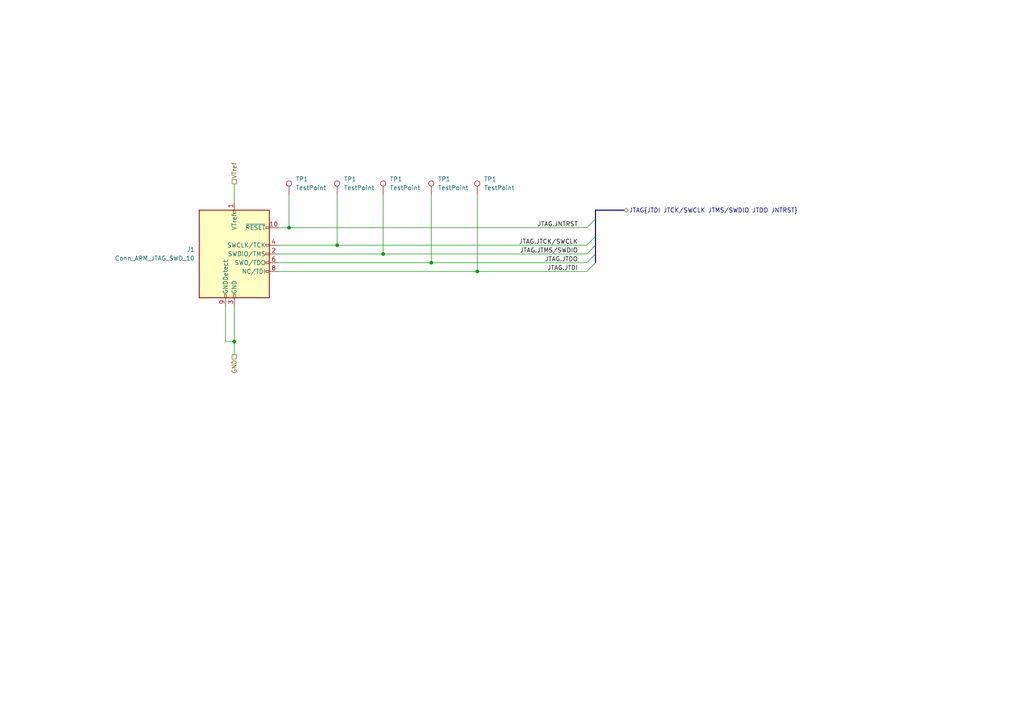
<source format=kicad_sch>
(kicad_sch (version 20230121) (generator eeschema)

  (uuid 276e9270-1ac9-4e3f-b1d9-0cbd51ddd27f)

  (paper "A4")

  (title_block
    (rev "0.1")
    (company "Németh Péter Bence")
    (comment 1 "Kandó Kálmán Villamosmérnöki Kar")
    (comment 2 "Óbudai Egyetem")
  )

  (lib_symbols
    (symbol "Connector:Conn_ARM_JTAG_SWD_10" (pin_names (offset 1.016)) (in_bom yes) (on_board yes)
      (property "Reference" "J" (at -2.54 16.51 0)
        (effects (font (size 1.27 1.27)) (justify right))
      )
      (property "Value" "Conn_ARM_JTAG_SWD_10" (at -2.54 13.97 0)
        (effects (font (size 1.27 1.27)) (justify right bottom))
      )
      (property "Footprint" "" (at 0 0 0)
        (effects (font (size 1.27 1.27)) hide)
      )
      (property "Datasheet" "http://infocenter.arm.com/help/topic/com.arm.doc.ddi0314h/DDI0314H_coresight_components_trm.pdf" (at -8.89 -31.75 90)
        (effects (font (size 1.27 1.27)) hide)
      )
      (property "ki_keywords" "Cortex Debug Connector ARM SWD JTAG" (at 0 0 0)
        (effects (font (size 1.27 1.27)) hide)
      )
      (property "ki_description" "Cortex Debug Connector, standard ARM Cortex-M SWD and JTAG interface" (at 0 0 0)
        (effects (font (size 1.27 1.27)) hide)
      )
      (property "ki_fp_filters" "PinHeader?2x05?P1.27mm*" (at 0 0 0)
        (effects (font (size 1.27 1.27)) hide)
      )
      (symbol "Conn_ARM_JTAG_SWD_10_0_1"
        (rectangle (start -10.16 12.7) (end 10.16 -12.7)
          (stroke (width 0.254) (type default))
          (fill (type background))
        )
        (rectangle (start -2.794 -12.7) (end -2.286 -11.684)
          (stroke (width 0) (type default))
          (fill (type none))
        )
        (rectangle (start -0.254 -12.7) (end 0.254 -11.684)
          (stroke (width 0) (type default))
          (fill (type none))
        )
        (rectangle (start -0.254 12.7) (end 0.254 11.684)
          (stroke (width 0) (type default))
          (fill (type none))
        )
        (rectangle (start 9.144 2.286) (end 10.16 2.794)
          (stroke (width 0) (type default))
          (fill (type none))
        )
        (rectangle (start 10.16 -2.794) (end 9.144 -2.286)
          (stroke (width 0) (type default))
          (fill (type none))
        )
        (rectangle (start 10.16 -0.254) (end 9.144 0.254)
          (stroke (width 0) (type default))
          (fill (type none))
        )
        (rectangle (start 10.16 7.874) (end 9.144 7.366)
          (stroke (width 0) (type default))
          (fill (type none))
        )
      )
      (symbol "Conn_ARM_JTAG_SWD_10_1_1"
        (rectangle (start 9.144 -5.334) (end 10.16 -4.826)
          (stroke (width 0) (type default))
          (fill (type none))
        )
        (pin power_in line (at 0 15.24 270) (length 2.54)
          (name "VTref" (effects (font (size 1.27 1.27))))
          (number "1" (effects (font (size 1.27 1.27))))
        )
        (pin open_collector line (at 12.7 7.62 180) (length 2.54)
          (name "~{RESET}" (effects (font (size 1.27 1.27))))
          (number "10" (effects (font (size 1.27 1.27))))
        )
        (pin bidirectional line (at 12.7 0 180) (length 2.54)
          (name "SWDIO/TMS" (effects (font (size 1.27 1.27))))
          (number "2" (effects (font (size 1.27 1.27))))
        )
        (pin power_in line (at 0 -15.24 90) (length 2.54)
          (name "GND" (effects (font (size 1.27 1.27))))
          (number "3" (effects (font (size 1.27 1.27))))
        )
        (pin output line (at 12.7 2.54 180) (length 2.54)
          (name "SWCLK/TCK" (effects (font (size 1.27 1.27))))
          (number "4" (effects (font (size 1.27 1.27))))
        )
        (pin passive line (at 0 -15.24 90) (length 2.54) hide
          (name "GND" (effects (font (size 1.27 1.27))))
          (number "5" (effects (font (size 1.27 1.27))))
        )
        (pin input line (at 12.7 -2.54 180) (length 2.54)
          (name "SWO/TDO" (effects (font (size 1.27 1.27))))
          (number "6" (effects (font (size 1.27 1.27))))
        )
        (pin no_connect line (at -10.16 0 0) (length 2.54) hide
          (name "KEY" (effects (font (size 1.27 1.27))))
          (number "7" (effects (font (size 1.27 1.27))))
        )
        (pin output line (at 12.7 -5.08 180) (length 2.54)
          (name "NC/TDI" (effects (font (size 1.27 1.27))))
          (number "8" (effects (font (size 1.27 1.27))))
        )
        (pin passive line (at -2.54 -15.24 90) (length 2.54)
          (name "GNDDetect" (effects (font (size 1.27 1.27))))
          (number "9" (effects (font (size 1.27 1.27))))
        )
      )
    )
    (symbol "Connector:TestPoint" (pin_numbers hide) (pin_names (offset 0.762) hide) (in_bom yes) (on_board yes)
      (property "Reference" "TP" (at 0 6.858 0)
        (effects (font (size 1.27 1.27)))
      )
      (property "Value" "TestPoint" (at 0 5.08 0)
        (effects (font (size 1.27 1.27)))
      )
      (property "Footprint" "" (at 5.08 0 0)
        (effects (font (size 1.27 1.27)) hide)
      )
      (property "Datasheet" "~" (at 5.08 0 0)
        (effects (font (size 1.27 1.27)) hide)
      )
      (property "ki_keywords" "test point tp" (at 0 0 0)
        (effects (font (size 1.27 1.27)) hide)
      )
      (property "ki_description" "test point" (at 0 0 0)
        (effects (font (size 1.27 1.27)) hide)
      )
      (property "ki_fp_filters" "Pin* Test*" (at 0 0 0)
        (effects (font (size 1.27 1.27)) hide)
      )
      (symbol "TestPoint_0_1"
        (circle (center 0 3.302) (radius 0.762)
          (stroke (width 0) (type default))
          (fill (type none))
        )
      )
      (symbol "TestPoint_1_1"
        (pin passive line (at 0 0 90) (length 2.54)
          (name "1" (effects (font (size 1.27 1.27))))
          (number "1" (effects (font (size 1.27 1.27))))
        )
      )
    )
  )

  (junction (at 125.095 76.2) (diameter 0) (color 0 0 0 0)
    (uuid 29890c35-09d2-4fab-816a-40d7506714a0)
  )
  (junction (at 67.945 99.06) (diameter 0) (color 0 0 0 0)
    (uuid 3c1e37d6-5b2f-4c3a-bf3a-416957930357)
  )
  (junction (at 83.82 66.04) (diameter 0) (color 0 0 0 0)
    (uuid 65d8bc32-367e-49b8-b764-61b30fc3f2cb)
  )
  (junction (at 111.125 73.66) (diameter 0) (color 0 0 0 0)
    (uuid 7cee9635-e689-49e1-ac48-13a41183c556)
  )
  (junction (at 138.43 78.74) (diameter 0) (color 0 0 0 0)
    (uuid 9d29dcef-8dfd-4151-b1e3-c2c0eb7026f6)
  )
  (junction (at 97.79 71.12) (diameter 0) (color 0 0 0 0)
    (uuid de83b944-d029-49c1-8b19-477e57365a4a)
  )

  (bus_entry (at 170.18 66.04) (size 2.54 -2.54)
    (stroke (width 0) (type default))
    (uuid 597c6590-e63f-4df0-b2c9-6b6b9a43aaae)
  )
  (bus_entry (at 170.18 71.12) (size 2.54 -2.54)
    (stroke (width 0) (type default))
    (uuid 6336ad52-9887-4000-8661-45395543e292)
  )
  (bus_entry (at 170.18 78.74) (size 2.54 -2.54)
    (stroke (width 0) (type default))
    (uuid b8017dd7-41d7-41e1-b395-73eefca68a74)
  )
  (bus_entry (at 170.18 73.66) (size 2.54 -2.54)
    (stroke (width 0) (type default))
    (uuid c8dc01d7-031b-400e-8b4a-699b6cade3e1)
  )
  (bus_entry (at 170.18 76.2) (size 2.54 -2.54)
    (stroke (width 0) (type default))
    (uuid e8c2d29e-76ac-4803-b003-e4ec63be2eaf)
  )

  (wire (pts (xy 83.82 56.515) (xy 83.82 66.04))
    (stroke (width 0) (type default))
    (uuid 00ea1975-a72f-49a8-91ac-e983b9cca9d5)
  )
  (wire (pts (xy 125.095 76.2) (xy 170.18 76.2))
    (stroke (width 0) (type default))
    (uuid 02432921-ff9c-4b1c-b137-fc5280246767)
  )
  (bus (pts (xy 172.72 73.66) (xy 172.72 76.2))
    (stroke (width 0) (type default))
    (uuid 04bfdd8e-0f43-40b0-ad3d-f17e7c8ea4b5)
  )

  (wire (pts (xy 65.405 88.9) (xy 65.405 99.06))
    (stroke (width 0) (type default))
    (uuid 0a2c3df6-19a4-4ed7-8922-53ad7f9c459a)
  )
  (bus (pts (xy 172.72 63.5) (xy 172.72 60.96))
    (stroke (width 0) (type default))
    (uuid 0d1cf5e4-eb99-4276-ae1f-ee0d23f4c2bf)
  )

  (wire (pts (xy 125.095 56.515) (xy 125.095 76.2))
    (stroke (width 0) (type default))
    (uuid 0fdaf72c-7f59-4ac5-b26a-7724c86daaec)
  )
  (wire (pts (xy 97.79 71.12) (xy 170.18 71.12))
    (stroke (width 0) (type default))
    (uuid 1075c6ea-5e2e-4c0d-9ed6-9eb48829aa09)
  )
  (wire (pts (xy 67.945 88.9) (xy 67.945 99.06))
    (stroke (width 0) (type default))
    (uuid 1c50129a-1aa7-4b69-857a-3d081e3cb974)
  )
  (wire (pts (xy 67.945 53.34) (xy 67.945 58.42))
    (stroke (width 0) (type default))
    (uuid 2e9d0272-5d9d-4717-952b-bda111582220)
  )
  (wire (pts (xy 83.82 66.04) (xy 170.18 66.04))
    (stroke (width 0) (type default))
    (uuid 32b063b4-d22d-4bbc-a28b-9aebd1e61413)
  )
  (wire (pts (xy 67.945 99.06) (xy 67.945 102.87))
    (stroke (width 0) (type default))
    (uuid 33f6b64a-7604-4464-8f2a-dc427bb36234)
  )
  (wire (pts (xy 80.645 71.12) (xy 97.79 71.12))
    (stroke (width 0) (type default))
    (uuid 450b254a-a25c-456b-8cdb-6a24bdcf1362)
  )
  (wire (pts (xy 80.645 78.74) (xy 138.43 78.74))
    (stroke (width 0) (type default))
    (uuid 56b7d9dc-c662-4904-b338-258d24546e63)
  )
  (wire (pts (xy 80.645 73.66) (xy 111.125 73.66))
    (stroke (width 0) (type default))
    (uuid 73b776c1-0ef0-49bd-9884-c575bf4b2643)
  )
  (wire (pts (xy 65.405 99.06) (xy 67.945 99.06))
    (stroke (width 0) (type default))
    (uuid 7efc493c-c6c8-4897-b159-007d37c8721f)
  )
  (wire (pts (xy 97.79 56.515) (xy 97.79 71.12))
    (stroke (width 0) (type default))
    (uuid 836bdfe0-a1b5-45e2-8cff-412f731e7d5d)
  )
  (wire (pts (xy 138.43 56.515) (xy 138.43 78.74))
    (stroke (width 0) (type default))
    (uuid 8acc0fd9-00ea-4d68-88e9-b5e73fcc2254)
  )
  (bus (pts (xy 172.72 68.58) (xy 172.72 71.12))
    (stroke (width 0) (type default))
    (uuid 8f851bf6-f7c7-4cf6-8b6a-15672c18c125)
  )

  (wire (pts (xy 111.125 56.515) (xy 111.125 73.66))
    (stroke (width 0) (type default))
    (uuid a0b5ab72-5bb0-4f67-b5de-afb90cfa28cd)
  )
  (bus (pts (xy 172.72 63.5) (xy 172.72 68.58))
    (stroke (width 0) (type default))
    (uuid a5429bba-2895-4d62-9682-394bfcbfedd6)
  )
  (bus (pts (xy 172.72 71.12) (xy 172.72 73.66))
    (stroke (width 0) (type default))
    (uuid a7297a72-65bd-42a9-a8d9-35c430cee22f)
  )

  (wire (pts (xy 111.125 73.66) (xy 170.18 73.66))
    (stroke (width 0) (type default))
    (uuid bfbbfbe0-3efc-4015-89a3-e097730148c3)
  )
  (wire (pts (xy 80.645 66.04) (xy 83.82 66.04))
    (stroke (width 0) (type default))
    (uuid e5800861-ac39-47ec-a489-e503a223d7c3)
  )
  (bus (pts (xy 172.72 60.96) (xy 180.975 60.96))
    (stroke (width 0) (type default))
    (uuid e5e3d5b9-1e67-45bf-8203-cfedc2ae3264)
  )

  (wire (pts (xy 80.645 76.2) (xy 125.095 76.2))
    (stroke (width 0) (type default))
    (uuid e71ae199-b60a-4a86-ae04-3878280a49c5)
  )
  (wire (pts (xy 138.43 78.74) (xy 170.18 78.74))
    (stroke (width 0) (type default))
    (uuid fb20e143-1815-4757-8aac-578e06f3430e)
  )

  (label "JTAG.JTDO" (at 167.64 76.2 180) (fields_autoplaced)
    (effects (font (size 1.27 1.27)) (justify right bottom))
    (uuid 0abdb2aa-7f00-4e69-80e6-f6518c14053e)
  )
  (label "JTAG.JTCK{slash}SWCLK" (at 167.64 71.12 180) (fields_autoplaced)
    (effects (font (size 1.27 1.27)) (justify right bottom))
    (uuid 4002400f-f605-4a7d-9677-95f9900822e7)
  )
  (label "JTAG.JTDI" (at 167.64 78.74 180) (fields_autoplaced)
    (effects (font (size 1.27 1.27)) (justify right bottom))
    (uuid 6adc0bc5-5ff3-47a5-9807-f1134d6db633)
  )
  (label "JTAG.JTMS{slash}SWDIO" (at 167.64 73.66 180) (fields_autoplaced)
    (effects (font (size 1.27 1.27)) (justify right bottom))
    (uuid 83d38bef-5d46-4954-8f12-8d441c3ee0e4)
  )
  (label "JTAG.JNTRST" (at 167.64 66.04 180) (fields_autoplaced)
    (effects (font (size 1.27 1.27)) (justify right bottom))
    (uuid c789849c-0a78-445f-8e76-7d71e58a48c5)
  )

  (hierarchical_label "JTAG{JTDI JTCK{slash}SWCLK JTMS{slash}SWDIO JTDO JNTRST}" (shape bidirectional)
    (at 180.975 60.96 0) (fields_autoplaced)
    (effects (font (size 1.27 1.27)) (justify left))
    (uuid 3b6c3375-642a-4b93-8ea4-c7303403e5b8)
  )
  (hierarchical_label "GND" (shape passive) (at 67.945 102.87 270) (fields_autoplaced)
    (effects (font (size 1.27 1.27)) (justify right))
    (uuid 72b6d624-b815-4412-96e2-e90523e94870)
  )
  (hierarchical_label "VTref" (shape passive) (at 67.945 53.34 90) (fields_autoplaced)
    (effects (font (size 1.27 1.27)) (justify left))
    (uuid a75caecc-608c-4929-82c3-f9d23244a92a)
  )

  (symbol (lib_id "Connector:TestPoint") (at 125.095 56.515 0) (unit 1)
    (in_bom yes) (on_board yes) (dnp no) (fields_autoplaced)
    (uuid 110fc792-964b-499c-8448-17ff9f76ac28)
    (property "Reference" "TP1" (at 127 51.943 0)
      (effects (font (size 1.27 1.27)) (justify left))
    )
    (property "Value" "TestPoint" (at 127 54.483 0)
      (effects (font (size 1.27 1.27)) (justify left))
    )
    (property "Footprint" "TestPoint:TestPoint_THTPad_D1.5mm_Drill0.7mm" (at 130.175 56.515 0)
      (effects (font (size 1.27 1.27)) hide)
    )
    (property "Datasheet" "~" (at 130.175 56.515 0)
      (effects (font (size 1.27 1.27)) hide)
    )
    (pin "1" (uuid 8088af2b-f9d6-41e9-9f20-b4bf2595b705))
    (instances
      (project "NB_IoT_Wheather"
        (path "/b43fc418-fc2e-45fe-88c6-05be9d7ccc47/9b8d88fd-ddbf-4142-80dc-e667e9884500"
          (reference "TP1") (unit 1)
        )
        (path "/b43fc418-fc2e-45fe-88c6-05be9d7ccc47/c5ec9886-3409-462f-ab3d-3d98bfb83105"
          (reference "TP8") (unit 1)
        )
      )
    )
  )

  (symbol (lib_id "Connector:TestPoint") (at 97.79 56.515 0) (unit 1)
    (in_bom yes) (on_board yes) (dnp no) (fields_autoplaced)
    (uuid 24c883fb-2646-4290-8496-0ebcecfb533e)
    (property "Reference" "TP1" (at 99.695 51.943 0)
      (effects (font (size 1.27 1.27)) (justify left))
    )
    (property "Value" "TestPoint" (at 99.695 54.483 0)
      (effects (font (size 1.27 1.27)) (justify left))
    )
    (property "Footprint" "TestPoint:TestPoint_THTPad_D1.5mm_Drill0.7mm" (at 102.87 56.515 0)
      (effects (font (size 1.27 1.27)) hide)
    )
    (property "Datasheet" "~" (at 102.87 56.515 0)
      (effects (font (size 1.27 1.27)) hide)
    )
    (pin "1" (uuid ff5c2979-6ee6-44d1-850d-c386e8a2b681))
    (instances
      (project "NB_IoT_Wheather"
        (path "/b43fc418-fc2e-45fe-88c6-05be9d7ccc47/9b8d88fd-ddbf-4142-80dc-e667e9884500"
          (reference "TP1") (unit 1)
        )
        (path "/b43fc418-fc2e-45fe-88c6-05be9d7ccc47/c5ec9886-3409-462f-ab3d-3d98bfb83105"
          (reference "TP6") (unit 1)
        )
      )
    )
  )

  (symbol (lib_id "Connector:TestPoint") (at 83.82 56.515 0) (unit 1)
    (in_bom yes) (on_board yes) (dnp no) (fields_autoplaced)
    (uuid 6c68abb9-41b2-4a5b-b19f-d89aa0383483)
    (property "Reference" "TP1" (at 85.725 51.943 0)
      (effects (font (size 1.27 1.27)) (justify left))
    )
    (property "Value" "TestPoint" (at 85.725 54.483 0)
      (effects (font (size 1.27 1.27)) (justify left))
    )
    (property "Footprint" "TestPoint:TestPoint_THTPad_D1.5mm_Drill0.7mm" (at 88.9 56.515 0)
      (effects (font (size 1.27 1.27)) hide)
    )
    (property "Datasheet" "~" (at 88.9 56.515 0)
      (effects (font (size 1.27 1.27)) hide)
    )
    (pin "1" (uuid d1d098de-1d7b-4bca-a5dd-3b0498ab1681))
    (instances
      (project "NB_IoT_Wheather"
        (path "/b43fc418-fc2e-45fe-88c6-05be9d7ccc47/9b8d88fd-ddbf-4142-80dc-e667e9884500"
          (reference "TP1") (unit 1)
        )
        (path "/b43fc418-fc2e-45fe-88c6-05be9d7ccc47/c5ec9886-3409-462f-ab3d-3d98bfb83105"
          (reference "TP5") (unit 1)
        )
      )
    )
  )

  (symbol (lib_id "Connector:TestPoint") (at 138.43 56.515 0) (unit 1)
    (in_bom yes) (on_board yes) (dnp no) (fields_autoplaced)
    (uuid 9e14e3e5-1229-4f3c-83fb-ca4526259cc1)
    (property "Reference" "TP1" (at 140.335 51.943 0)
      (effects (font (size 1.27 1.27)) (justify left))
    )
    (property "Value" "TestPoint" (at 140.335 54.483 0)
      (effects (font (size 1.27 1.27)) (justify left))
    )
    (property "Footprint" "TestPoint:TestPoint_THTPad_D1.5mm_Drill0.7mm" (at 143.51 56.515 0)
      (effects (font (size 1.27 1.27)) hide)
    )
    (property "Datasheet" "~" (at 143.51 56.515 0)
      (effects (font (size 1.27 1.27)) hide)
    )
    (pin "1" (uuid 14df611f-9a80-4473-a65d-0eefe365f271))
    (instances
      (project "NB_IoT_Wheather"
        (path "/b43fc418-fc2e-45fe-88c6-05be9d7ccc47/9b8d88fd-ddbf-4142-80dc-e667e9884500"
          (reference "TP1") (unit 1)
        )
        (path "/b43fc418-fc2e-45fe-88c6-05be9d7ccc47/c5ec9886-3409-462f-ab3d-3d98bfb83105"
          (reference "TP9") (unit 1)
        )
      )
    )
  )

  (symbol (lib_id "Connector:TestPoint") (at 111.125 56.515 0) (unit 1)
    (in_bom yes) (on_board yes) (dnp no) (fields_autoplaced)
    (uuid e672c712-3b05-45b7-bb6c-ff516da9dd00)
    (property "Reference" "TP1" (at 113.03 51.943 0)
      (effects (font (size 1.27 1.27)) (justify left))
    )
    (property "Value" "TestPoint" (at 113.03 54.483 0)
      (effects (font (size 1.27 1.27)) (justify left))
    )
    (property "Footprint" "TestPoint:TestPoint_THTPad_D1.5mm_Drill0.7mm" (at 116.205 56.515 0)
      (effects (font (size 1.27 1.27)) hide)
    )
    (property "Datasheet" "~" (at 116.205 56.515 0)
      (effects (font (size 1.27 1.27)) hide)
    )
    (pin "1" (uuid a93fc81e-4838-4e90-b3de-19188006fdc7))
    (instances
      (project "NB_IoT_Wheather"
        (path "/b43fc418-fc2e-45fe-88c6-05be9d7ccc47/9b8d88fd-ddbf-4142-80dc-e667e9884500"
          (reference "TP1") (unit 1)
        )
        (path "/b43fc418-fc2e-45fe-88c6-05be9d7ccc47/c5ec9886-3409-462f-ab3d-3d98bfb83105"
          (reference "TP7") (unit 1)
        )
      )
    )
  )

  (symbol (lib_id "Connector:Conn_ARM_JTAG_SWD_10") (at 67.945 73.66 0) (unit 1)
    (in_bom yes) (on_board yes) (dnp no) (fields_autoplaced)
    (uuid f252c968-6b2c-4807-b29d-9cb1aa021198)
    (property "Reference" "J1" (at 56.515 72.39 0)
      (effects (font (size 1.27 1.27)) (justify right))
    )
    (property "Value" "Conn_ARM_JTAG_SWD_10" (at 56.515 74.93 0)
      (effects (font (size 1.27 1.27)) (justify right))
    )
    (property "Footprint" "Connector_PinHeader_1.27mm:PinHeader_2x05_P1.27mm_Vertical" (at 67.945 73.66 0)
      (effects (font (size 1.27 1.27)) hide)
    )
    (property "Datasheet" "http://infocenter.arm.com/help/topic/com.arm.doc.ddi0314h/DDI0314H_coresight_components_trm.pdf" (at 59.055 105.41 90)
      (effects (font (size 1.27 1.27)) hide)
    )
    (pin "9" (uuid 01d67765-5c0c-4f63-b124-2a26f7da4907))
    (pin "7" (uuid 7d9a583a-52a4-4260-8eeb-cf7e095c7cb7))
    (pin "8" (uuid 9aa31b92-1d69-4ecc-8533-45d513dd43c8))
    (pin "10" (uuid 13459c3b-7052-4f2e-82ea-63b78a1b46a9))
    (pin "6" (uuid 5344e156-f04a-4ff5-8c3d-ac957409a500))
    (pin "2" (uuid 09a6db21-a171-4c34-baa5-a9a55b16eacb))
    (pin "3" (uuid 06a999f8-c1e1-45ca-94e0-d4a8058ab3f5))
    (pin "4" (uuid f39aa6b6-2297-4128-afc4-1d1096cfb22c))
    (pin "5" (uuid df7fea5d-795d-43cf-bbcb-6e610a462d88))
    (pin "1" (uuid b6776b52-eb84-471f-8c2b-ada140609a63))
    (instances
      (project "NB_IoT_Wheather"
        (path "/b43fc418-fc2e-45fe-88c6-05be9d7ccc47/c5ec9886-3409-462f-ab3d-3d98bfb83105"
          (reference "J1") (unit 1)
        )
      )
    )
  )
)

</source>
